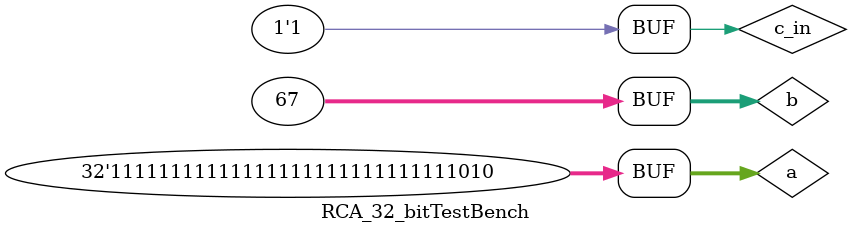
<source format=v>
`timescale 1ns / 1ps


module RCA_32_bitTestBench;

	// Inputs
	reg [31:0] a;
	reg [31:0] b;
	reg c_in;

	// Outputs
	wire [31:0] s;
	wire c_out;

	// Instantiate the Unit Under Test (UUT)
	RCA_32_bit uut (
		.a(a), 
		.b(b), 
		.c_in(c_in), 
		.s(s), 
		.c_out(c_out)
	);

	initial begin
		$monitor ("a = %d, b = %d, c_in = %d, c_out = %d, sum = %d", a, b, c_in, c_out, s);
      // Initialize Inputs
		a = 123456784; b = 98765432; c_in = 1;
		#100;
		a = 434893543; b = 98765432; c_in = 0;
		#100;
		a = 543895434; b = 45; c_in = 1;
		#100;
		a = 4294967290; b = 67; c_in = 1;
	end
      
endmodule


</source>
